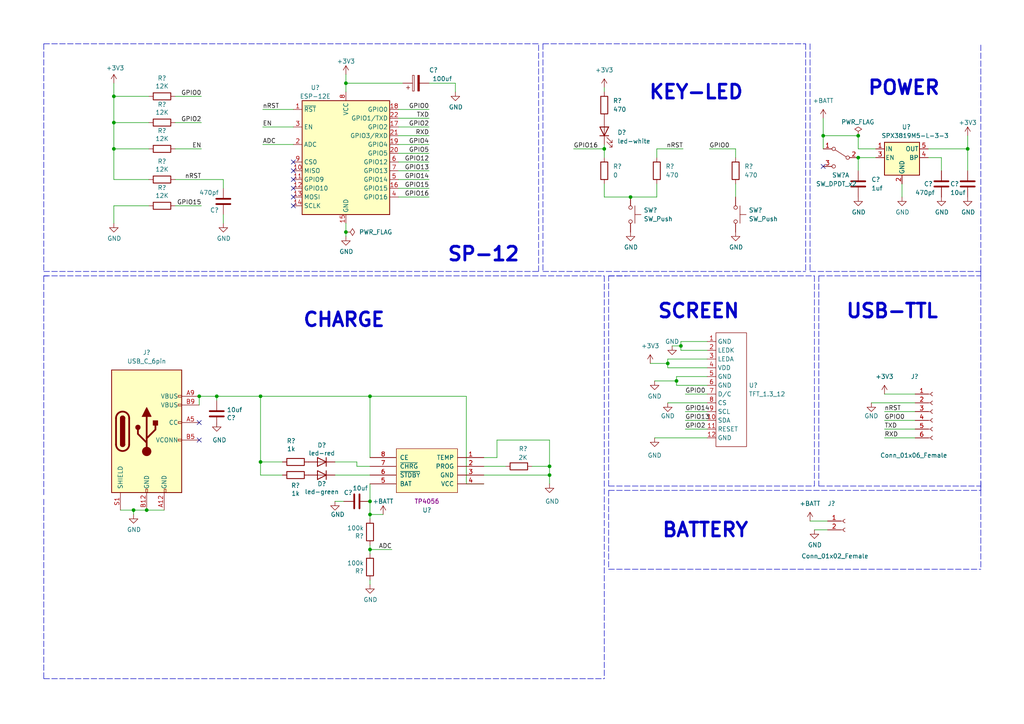
<source format=kicad_sch>
(kicad_sch (version 20211123) (generator eeschema)
  (paper "A4")
  (lib_symbols
    (symbol "Connector:Conn_01x02_Female" (pin_names (offset 1.016) hide)
      (property "Reference" "J" (at 0 2.54 0))
      (property "Value" "Conn_01x02_Female" (at 0 -5.08 0))
      (symbol "Conn_01x02_Female_1_1"
        (arc (start 0 -2.032) (mid -0.508 -2.54) (end 0 -3.048) (stroke (width 0.1524)))
        (polyline (pts (xy -1.27 -2.54) (xy -0.508 -2.54)) (stroke (width 0.1524)))
        (polyline (pts (xy -1.27 0) (xy -0.508 0)) (stroke (width 0.1524)))
        (arc (start 0 0.508) (mid -0.508 0) (end 0 -0.508) (stroke (width 0.1524)))
        (pin passive line (at -5.08 0 0) (length 3.81) (name "Pin_1") (number "1"))
        (pin passive line (at -5.08 -2.54 0) (length 3.81) (name "Pin_2") (number "2"))
      )
    )
    (symbol "Connector:Conn_01x06_Female" (pin_names (offset 1.016) hide)
      (property "Reference" "J" (at 0 7.62 0))
      (property "Value" "Conn_01x06_Female" (at 0 -10.16 0))
      (symbol "Conn_01x06_Female_1_1"
        (arc (start 0 -7.112) (mid -0.508 -7.62) (end 0 -8.128) (stroke (width 0.1524)))
        (arc (start 0 -4.572) (mid -0.508 -5.08) (end 0 -5.588) (stroke (width 0.1524)))
        (arc (start 0 -2.032) (mid -0.508 -2.54) (end 0 -3.048) (stroke (width 0.1524)))
        (polyline (pts (xy -1.27 -7.62) (xy -0.508 -7.62)) (stroke (width 0.1524)))
        (polyline (pts (xy -1.27 -5.08) (xy -0.508 -5.08)) (stroke (width 0.1524)))
        (polyline (pts (xy -1.27 -2.54) (xy -0.508 -2.54)) (stroke (width 0.1524)))
        (polyline (pts (xy -1.27 0) (xy -0.508 0)) (stroke (width 0.1524)))
        (polyline (pts (xy -1.27 2.54) (xy -0.508 2.54)) (stroke (width 0.1524)))
        (polyline (pts (xy -1.27 5.08) (xy -0.508 5.08)) (stroke (width 0.1524)))
        (arc (start 0 0.508) (mid -0.508 0) (end 0 -0.508) (stroke (width 0.1524)))
        (arc (start 0 3.048) (mid -0.508 2.54) (end 0 2.032) (stroke (width 0.1524)))
        (arc (start 0 5.588) (mid -0.508 5.08) (end 0 4.572) (stroke (width 0.1524)))
        (pin passive line (at -5.08 5.08 0) (length 3.81) (name "Pin_1") (number "1"))
        (pin passive line (at -5.08 2.54 0) (length 3.81) (name "Pin_2") (number "2"))
        (pin passive line (at -5.08 0 0) (length 3.81) (name "Pin_3") (number "3"))
        (pin passive line (at -5.08 -2.54 0) (length 3.81) (name "Pin_4") (number "4"))
        (pin passive line (at -5.08 -5.08 0) (length 3.81) (name "Pin_5") (number "5"))
        (pin passive line (at -5.08 -7.62 0) (length 3.81) (name "Pin_6") (number "6"))
      )
    )
    (symbol "Device:C" (pin_numbers hide) (pin_names (offset 0.254))
      (property "Reference" "C" (at 0.635 2.54 0))
      (property "Value" "C" (at 0.635 -2.54 0))
      (symbol "C_0_1"
        (polyline (pts (xy -2.032 -0.762) (xy 2.032 -0.762)) (stroke (width 0.508)))
        (polyline (pts (xy -2.032 0.762) (xy 2.032 0.762)) (stroke (width 0.508)))
      )
      (symbol "C_1_1"
        (pin passive line (at 0 3.81 270) (length 2.794) (name "~") (number "1"))
        (pin passive line (at 0 -3.81 90) (length 2.794) (name "~") (number "2"))
      )
    )
    (symbol "Device:C_Polarized" (pin_numbers hide) (pin_names (offset 0.254))
      (property "Reference" "C" (at 0.635 2.54 0))
      (property "Value" "C_Polarized" (at 0.635 -2.54 0))
      (symbol "C_Polarized_0_1"
        (rectangle (start -2.286 0.508) (end 2.286 1.016))
        (polyline (pts (xy -1.778 2.286) (xy -0.762 2.286)))
        (polyline (pts (xy -1.27 2.794) (xy -1.27 1.778)))
        (rectangle (start 2.286 -0.508) (end -2.286 -1.016) (fill (type outline)))
      )
      (symbol "C_Polarized_1_1"
        (pin passive line (at 0 3.81 270) (length 2.794) (name "~") (number "1"))
        (pin passive line (at 0 -3.81 90) (length 2.794) (name "~") (number "2"))
      )
    )
    (symbol "Device:D" (pin_numbers hide) (pin_names (offset 1.016) hide)
      (property "Reference" "D" (at 0 2.54 0))
      (property "Value" "D" (at 0 -2.54 0))
      (symbol "D_0_1"
        (polyline (pts (xy -1.27 1.27) (xy -1.27 -1.27)) (stroke (width 0.254)))
        (polyline (pts (xy 1.27 0) (xy -1.27 0)))
        (polyline (pts (xy 1.27 1.27) (xy 1.27 -1.27) (xy -1.27 0) (xy 1.27 1.27)) (stroke (width 0.254)))
      )
      (symbol "D_1_1"
        (pin passive line (at -3.81 0 0) (length 2.54) (name "K") (number "1"))
        (pin passive line (at 3.81 0 180) (length 2.54) (name "A") (number "2"))
      )
    )
    (symbol "Device:LED" (pin_numbers hide) (pin_names (offset 1.016) hide)
      (property "Reference" "D" (at 0 2.54 0))
      (property "Value" "LED" (at 0 -2.54 0))
      (symbol "LED_0_1"
        (polyline (pts (xy -1.27 -1.27) (xy -1.27 1.27)) (stroke (width 0.254)))
        (polyline (pts (xy -1.27 0) (xy 1.27 0)))
        (polyline (pts (xy 1.27 -1.27) (xy 1.27 1.27) (xy -1.27 0) (xy 1.27 -1.27)) (stroke (width 0.254)))
        (polyline (pts (xy -3.048 -0.762) (xy -4.572 -2.286) (xy -3.81 -2.286) (xy -4.572 -2.286) (xy -4.572 -1.524)))
        (polyline (pts (xy -1.778 -0.762) (xy -3.302 -2.286) (xy -2.54 -2.286) (xy -3.302 -2.286) (xy -3.302 -1.524)))
      )
      (symbol "LED_1_1"
        (pin passive line (at -3.81 0 0) (length 2.54) (name "K") (number "1"))
        (pin passive line (at 3.81 0 180) (length 2.54) (name "A") (number "2"))
      )
    )
    (symbol "Device:R" (pin_numbers hide) (pin_names (offset 0))
      (property "Reference" "R" (at 2.032 0 90))
      (property "Value" "R" (at 0 0 90))
      (symbol "R_0_1"
        (rectangle (start -1.016 -2.54) (end 1.016 2.54) (stroke (width 0.254)))
      )
      (symbol "R_1_1"
        (pin passive line (at 0 3.81 270) (length 1.27) (name "~") (number "1"))
        (pin passive line (at 0 -3.81 90) (length 1.27) (name "~") (number "2"))
      )
    )
    (symbol "My-lib:TFT_1.3_12"
      (property "Reference" "J" (at 1.27 5.08 0))
      (property "Value" "TFT_1.3_12" (at 2.54 -33.02 0))
      (symbol "TFT_1.3_12_0_1"
        (rectangle (start 1.27 3.81) (end 10.16 -29.21))
      )
      (symbol "TFT_1.3_12_1_1"
        (pin free line (at -1.27 1.27 0) (length 2.54) (name "GND") (number "1"))
        (pin free line (at -1.27 -21.59 0) (length 2.54) (name "SDA") (number "10"))
        (pin free line (at -1.27 -24.13 0) (length 2.54) (name "RESET") (number "11"))
        (pin free line (at -1.27 -26.67 0) (length 2.54) (name "GND") (number "12"))
        (pin free line (at -1.27 -1.27 0) (length 2.54) (name "LEDK") (number "2"))
        (pin free line (at -1.27 -3.81 0) (length 2.54) (name "LEDA") (number "3"))
        (pin free line (at -1.27 -6.35 0) (length 2.54) (name "VDD") (number "4"))
        (pin free line (at -1.27 -8.89 0) (length 2.54) (name "GND") (number "5"))
        (pin free line (at -1.27 -11.43 0) (length 2.54) (name "GND") (number "6"))
        (pin free line (at -1.27 -13.97 0) (length 2.54) (name "D/C") (number "7"))
        (pin free line (at -1.27 -16.51 0) (length 2.54) (name "CS") (number "8"))
        (pin free line (at -1.27 -19.05 0) (length 2.54) (name "SCL") (number "9"))
      )
    )
    (symbol "My-lib:USB_C_6pin" (pin_names (offset 1.016))
      (property "Reference" "J" (at -10.16 19.05 0))
      (property "Value" "USB_C_6pin" (at 12.7 19.05 0))
      (symbol "USB_C_6pin_0_0"
        (rectangle (start -0.254 -17.78) (end 0.254 -16.764))
        (rectangle (start 5.08 -17.78) (end 5.588 -16.764))
        (rectangle (start 10.16 -2.286) (end 9.144 -2.794))
        (rectangle (start 10.16 2.794) (end 9.144 2.286))
        (rectangle (start 10.16 7.874) (end 9.144 7.366))
        (rectangle (start 10.16 10.414) (end 9.144 9.906))
      )
      (symbol "USB_C_6pin_0_1"
        (rectangle (start -10.16 17.78) (end 10.16 -17.78) (stroke (width 0.254)) (fill (type background)))
        (arc (start -8.89 -3.81) (mid -6.985 -5.715) (end -5.08 -3.81) (stroke (width 0.508)))
        (arc (start -7.62 -3.81) (mid -6.985 -4.445) (end -6.35 -3.81) (stroke (width 0.254)))
        (arc (start -7.62 -3.81) (mid -6.985 -4.445) (end -6.35 -3.81) (stroke (width 0.254)) (fill (type outline)))
        (rectangle (start -7.62 -3.81) (end -6.35 3.81) (stroke (width 0.254)) (fill (type outline)))
        (arc (start -6.35 3.81) (mid -6.985 4.445) (end -7.62 3.81) (stroke (width 0.254)))
        (arc (start -6.35 3.81) (mid -6.985 4.445) (end -7.62 3.81) (stroke (width 0.254)) (fill (type outline)))
        (arc (start -5.08 3.81) (mid -6.985 5.715) (end -8.89 3.81) (stroke (width 0.508)))
        (circle (center -2.54 1.143) (radius 0.635) (stroke (width 0.254)) (fill (type outline)))
        (circle (center 0 -5.842) (radius 1.27) (fill (type outline)))
        (polyline (pts (xy -8.89 -3.81) (xy -8.89 3.81)) (stroke (width 0.508)))
        (polyline (pts (xy -5.08 3.81) (xy -5.08 -3.81)) (stroke (width 0.508)))
        (polyline (pts (xy 0 -5.842) (xy 0 4.318)) (stroke (width 0.508)))
        (polyline (pts (xy 0 -3.302) (xy -2.54 -0.762) (xy -2.54 0.508)) (stroke (width 0.508)))
        (polyline (pts (xy 0 -2.032) (xy 2.54 0.508) (xy 2.54 1.778)) (stroke (width 0.508)))
        (polyline (pts (xy -1.27 4.318) (xy 0 6.858) (xy 1.27 4.318) (xy -1.27 4.318)) (stroke (width 0.254)) (fill (type outline)))
        (rectangle (start 1.905 1.778) (end 3.175 3.048) (stroke (width 0.254)) (fill (type outline)))
      )
      (symbol "USB_C_6pin_1_1"
        (pin passive line (at 5.08 -22.86 90) (length 5.08) (name "GND") (number "A12"))
        (pin bidirectional line (at 15.24 2.54 180) (length 5.08) (name "CC") (number "A5"))
        (pin passive line (at 15.24 10.16 180) (length 5.08) (name "VBUS") (number "A9"))
        (pin passive line (at 0 -22.86 90) (length 5.08) (name "GND") (number "B12"))
        (pin bidirectional line (at 15.24 -2.54 180) (length 5.08) (name "VCONN") (number "B5"))
        (pin passive line (at 15.24 7.62 180) (length 5.08) (name "VBUS") (number "B9"))
        (pin passive line (at -7.62 -22.86 90) (length 5.08) (name "SHIELD") (number "S1"))
      )
    )
    (symbol "RF_Module:ESP-12E"
      (property "Reference" "U" (at -12.7 19.05 0))
      (property "Value" "ESP-12E" (at 12.7 19.05 0))
      (symbol "ESP-12E_0_1"
        (rectangle (start -12.7 17.78) (end 12.7 -15.24) (stroke (width 0.254)) (fill (type background)))
      )
      (symbol "ESP-12E_1_1"
        (pin input line (at -15.24 15.24 0) (length 2.54) (name "~{RST}") (number "1"))
        (pin bidirectional line (at -15.24 -2.54 0) (length 2.54) (name "MISO") (number "10"))
        (pin bidirectional line (at -15.24 -5.08 0) (length 2.54) (name "GPIO9") (number "11"))
        (pin bidirectional line (at -15.24 -7.62 0) (length 2.54) (name "GPIO10") (number "12"))
        (pin bidirectional line (at -15.24 -10.16 0) (length 2.54) (name "MOSI") (number "13"))
        (pin bidirectional line (at -15.24 -12.7 0) (length 2.54) (name "SCLK") (number "14"))
        (pin power_in line (at 0 -17.78 90) (length 2.54) (name "GND") (number "15"))
        (pin bidirectional line (at 15.24 -7.62 180) (length 2.54) (name "GPIO15") (number "16"))
        (pin bidirectional line (at 15.24 10.16 180) (length 2.54) (name "GPIO2") (number "17"))
        (pin bidirectional line (at 15.24 15.24 180) (length 2.54) (name "GPIO0") (number "18"))
        (pin bidirectional line (at 15.24 5.08 180) (length 2.54) (name "GPIO4") (number "19"))
        (pin input line (at -15.24 5.08 0) (length 2.54) (name "ADC") (number "2"))
        (pin bidirectional line (at 15.24 2.54 180) (length 2.54) (name "GPIO5") (number "20"))
        (pin bidirectional line (at 15.24 7.62 180) (length 2.54) (name "GPIO3/RXD") (number "21"))
        (pin bidirectional line (at 15.24 12.7 180) (length 2.54) (name "GPIO1/TXD") (number "22"))
        (pin input line (at -15.24 10.16 0) (length 2.54) (name "EN") (number "3"))
        (pin bidirectional line (at 15.24 -10.16 180) (length 2.54) (name "GPIO16") (number "4"))
        (pin bidirectional line (at 15.24 -5.08 180) (length 2.54) (name "GPIO14") (number "5"))
        (pin bidirectional line (at 15.24 0 180) (length 2.54) (name "GPIO12") (number "6"))
        (pin bidirectional line (at 15.24 -2.54 180) (length 2.54) (name "GPIO13") (number "7"))
        (pin power_in line (at 0 20.32 270) (length 2.54) (name "VCC") (number "8"))
        (pin input line (at -15.24 0 0) (length 2.54) (name "CS0") (number "9"))
      )
    )
    (symbol "Regulator_Linear:SPX3819M5-L-3-3" (pin_names (offset 0.254))
      (property "Reference" "U" (at -3.81 5.715 0))
      (property "Value" "SPX3819M5-L-3-3" (at 0 5.715 0))
      (symbol "SPX3819M5-L-3-3_0_1"
        (rectangle (start -5.08 4.445) (end 5.08 -5.08) (stroke (width 0.254)) (fill (type background)))
      )
      (symbol "SPX3819M5-L-3-3_1_1"
        (pin power_in line (at -7.62 2.54 0) (length 2.54) (name "IN") (number "1"))
        (pin power_in line (at 0 -7.62 90) (length 2.54) (name "GND") (number "2"))
        (pin input line (at -7.62 0 0) (length 2.54) (name "EN") (number "3"))
        (pin input line (at 7.62 0 180) (length 2.54) (name "BP") (number "4"))
        (pin power_out line (at 7.62 2.54 180) (length 2.54) (name "OUT") (number "5"))
      )
    )
    (symbol "Switch:SW_DPDT_x2" (pin_names (offset 0) hide)
      (property "Reference" "SW" (at 0 4.318 0))
      (property "Value" "SW_DPDT_x2" (at 0 -5.08 0))
      (symbol "SW_DPDT_x2_0_0"
        (circle (center -2.032 0) (radius 0.508))
        (circle (center 2.032 -2.54) (radius 0.508))
      )
      (symbol "SW_DPDT_x2_0_1"
        (polyline (pts (xy -1.524 0.254) (xy 1.651 2.286)))
        (circle (center 2.032 2.54) (radius 0.508))
      )
      (symbol "SW_DPDT_x2_1_1"
        (pin passive line (at 5.08 2.54 180) (length 2.54) (name "A") (number "1"))
        (pin passive line (at -5.08 0 0) (length 2.54) (name "B") (number "2"))
        (pin passive line (at 5.08 -2.54 180) (length 2.54) (name "C") (number "3"))
      )
      (symbol "SW_DPDT_x2_2_1"
        (pin passive line (at 5.08 2.54 180) (length 2.54) (name "A") (number "4"))
        (pin passive line (at -5.08 0 0) (length 2.54) (name "B") (number "5"))
        (pin passive line (at 5.08 -2.54 180) (length 2.54) (name "C") (number "6"))
      )
    )
    (symbol "Switch:SW_Push" (pin_numbers hide) (pin_names (offset 1.016) hide)
      (property "Reference" "SW" (at 1.27 2.54 0))
      (property "Value" "SW_Push" (at 0 -1.524 0))
      (symbol "SW_Push_0_1"
        (circle (center -2.032 0) (radius 0.508))
        (polyline (pts (xy 0 1.27) (xy 0 3.048)))
        (polyline (pts (xy 2.54 1.27) (xy -2.54 1.27)))
        (circle (center 2.032 0) (radius 0.508))
        (pin passive line (at -5.08 0 0) (length 2.54) (name "1") (number "1"))
        (pin passive line (at 5.08 0 180) (length 2.54) (name "2") (number "2"))
      )
    )
    (symbol "lc_IC:TP4056_[C16581]" (pin_names (offset 1.016))
      (property "Reference" "U" (at -0.0254 1.27 0))
      (property "Comment" "TP4056" (at 3.7846 1.27 0))
      (symbol "TP4056_[C16581]_1_1"
        (rectangle (start 7.62 -12.7) (end 25.4 0) (fill (type background)))
        (pin passive line (at 0 -2.54 0) (length 7.62) (name "TEMP") (number "1"))
        (pin passive line (at 0 -5.08 0) (length 7.62) (name "PROG") (number "2"))
        (pin passive line (at 0 -7.62 0) (length 7.62) (name "GND") (number "3"))
        (pin passive line (at 0 -10.16 0) (length 7.62) (name "VCC") (number "4"))
        (pin passive line (at 33.02 -10.16 180) (length 7.62) (name "BAT") (number "5"))
        (pin passive line (at 33.02 -7.62 180) (length 7.62) (name "~{STDBY}") (number "6"))
        (pin passive line (at 33.02 -5.08 180) (length 7.62) (name "~{CHRG}") (number "7"))
        (pin passive line (at 33.02 -2.54 180) (length 7.62) (name "CE") (number "8"))
      )
    )
    (symbol "power:+3V3" (power) (pin_names (offset 0))
      (property "Value" "+3V3" (at 0 3.556 0))
      (symbol "+3V3_0_1"
        (polyline (pts (xy -0.762 1.27) (xy 0 2.54)))
        (polyline (pts (xy 0 0) (xy 0 2.54)))
        (polyline (pts (xy 0 2.54) (xy 0.762 1.27)))
      )
      (symbol "+3V3_1_1"
        (pin power_in line (at 0 0 90) (length 0) hide (name "+3V3") (number "1"))
      )
    )
    (symbol "power:+BATT" (power) (pin_names (offset 0))
      (property "Value" "+BATT" (at 0 3.556 0))
      (symbol "+BATT_0_1"
        (polyline (pts (xy -0.762 1.27) (xy 0 2.54)))
        (polyline (pts (xy 0 0) (xy 0 2.54)))
        (polyline (pts (xy 0 2.54) (xy 0.762 1.27)))
      )
      (symbol "+BATT_1_1"
        (pin power_in line (at 0 0 90) (length 0) hide (name "+BATT") (number "1"))
      )
    )
    (symbol "power:GND" (power) (pin_names (offset 0))
      (property "Value" "GND" (at 0 -3.81 0))
      (symbol "GND_0_1"
        (polyline (pts (xy 0 0) (xy 0 -1.27) (xy 1.27 -1.27) (xy 0 -2.54) (xy -1.27 -1.27) (xy 0 -1.27)))
      )
      (symbol "GND_1_1"
        (pin power_in line (at 0 0 270) (length 0) hide (name "GND") (number "1"))
      )
    )
    (symbol "power:PWR_FLAG" (power) (pin_numbers hide) (pin_names (offset 0) hide)
      (property "Value" "PWR_FLAG" (at 0 3.81 0))
      (symbol "PWR_FLAG_0_0"
        (pin power_out line (at 0 0 90) (length 0) (name "pwr") (number "1"))
      )
      (symbol "PWR_FLAG_0_1"
        (polyline (pts (xy 0 0) (xy 0 1.27) (xy -1.016 1.905) (xy 0 2.54) (xy 1.016 1.905) (xy 0 1.27)))
      )
    )
  )
  (junction (at 159.385 137.795))
  (junction (at 33.02 27.94))
  (junction (at 42.545 147.955))
  (junction (at 38.735 147.955))
  (junction (at 107.315 114.935))
  (junction (at 238.76 39.37))
  (junction (at 100.33 24.13))
  (junction (at 107.315 149.225))
  (junction (at 100.33 67.31))
  (junction (at 33.02 35.56))
  (junction (at 248.92 39.37))
  (junction (at 62.865 114.935))
  (junction (at 197.485 100.33))
  (junction (at 75.565 133.985))
  (junction (at 107.315 159.385))
  (junction (at 196.215 110.49))
  (junction (at 107.315 145.415))
  (junction (at 248.92 45.72))
  (junction (at 159.385 135.255))
  (junction (at 182.88 57.15))
  (junction (at 57.785 114.935))
  (junction (at 33.02 43.18))
  (junction (at 75.565 114.935))
  (junction (at 193.675 105.41))
  (junction (at 280.67 43.18))
  (junction (at 175.26 43.18))
  (no_connect (at 85.09 52.07))
  (no_connect (at 85.09 49.53))
  (no_connect (at 85.09 46.99))
  (no_connect (at 57.785 122.555))
  (no_connect (at 85.09 54.61))
  (no_connect (at 238.76 48.26))
  (no_connect (at 85.09 59.69))
  (no_connect (at 57.785 127.635))
  (no_connect (at 85.09 57.15))
  (wire (pts (xy 57.785 114.935) (xy 62.865 114.935)))
  (wire (pts (xy 261.62 57.15) (xy 261.62 53.34)))
  (polyline (pts (xy 176.53 140.97) (xy 176.53 80.01)))
  (wire (pts (xy 197.485 101.6) (xy 205.105 101.6)))
  (wire (pts (xy 159.385 140.335) (xy 159.385 137.795)))
  (wire (pts (xy 140.335 132.715) (xy 144.145 132.715)))
  (wire (pts (xy 135.255 140.335) (xy 135.255 114.935)))
  (polyline (pts (xy 284.48 139.7) (xy 284.48 142.24)))
  (wire (pts (xy 194.945 100.33) (xy 197.485 100.33)))
  (wire (pts (xy 38.735 147.955) (xy 38.735 149.225)))
  (wire (pts (xy 107.315 169.545) (xy 107.315 168.275)))
  (polyline (pts (xy 234.95 12.7) (xy 234.95 78.74)))
  (wire (pts (xy 124.46 24.13) (xy 132.08 24.13)))
  (wire (pts (xy 273.05 45.72) (xy 273.05 49.53)))
  (wire (pts (xy 107.315 150.495) (xy 107.315 149.225)))
  (wire (pts (xy 190.5 43.18) (xy 198.12 43.18)))
  (wire (pts (xy 205.74 43.18) (xy 213.36 43.18)))
  (wire (pts (xy 197.485 100.33) (xy 197.485 99.06)))
  (polyline (pts (xy 12.7 78.74) (xy 156.21 78.74)))
  (polyline (pts (xy 284.48 78.74) (xy 284.48 80.01)))
  (wire (pts (xy 97.155 145.415) (xy 99.695 145.415)))
  (wire (pts (xy 154.305 135.255) (xy 159.385 135.255)))
  (wire (pts (xy 100.33 64.77) (xy 100.33 67.31)))
  (wire (pts (xy 280.67 43.18) (xy 280.67 49.53)))
  (wire (pts (xy 115.57 57.15) (xy 124.46 57.15)))
  (wire (pts (xy 188.595 105.41) (xy 193.675 105.41)))
  (polyline (pts (xy 176.53 140.97) (xy 236.22 140.97)))
  (wire (pts (xy 238.76 34.29) (xy 238.76 39.37)))
  (wire (pts (xy 198.755 121.92) (xy 205.105 121.92)))
  (wire (pts (xy 190.5 45.72) (xy 190.5 43.18)))
  (wire (pts (xy 248.92 45.72) (xy 248.92 49.53)))
  (wire (pts (xy 115.57 44.45) (xy 124.46 44.45)))
  (wire (pts (xy 190.5 53.34) (xy 190.5 57.15)))
  (wire (pts (xy 85.09 31.75) (xy 76.2 31.75)))
  (wire (pts (xy 97.155 133.985) (xy 103.505 133.985)))
  (wire (pts (xy 62.865 114.935) (xy 62.865 116.205)))
  (wire (pts (xy 38.735 147.955) (xy 42.545 147.955)))
  (wire (pts (xy 75.565 137.795) (xy 75.565 133.985)))
  (wire (pts (xy 197.485 99.06) (xy 205.105 99.06)))
  (wire (pts (xy 33.02 59.69) (xy 33.02 64.77)))
  (wire (pts (xy 256.54 119.38) (xy 265.43 119.38)))
  (wire (pts (xy 132.08 24.13) (xy 132.08 26.67)))
  (wire (pts (xy 62.865 123.825) (xy 62.865 122.555)))
  (polyline (pts (xy 237.49 80.01) (xy 284.48 80.01)))
  (wire (pts (xy 50.8 43.18) (xy 58.42 43.18)))
  (wire (pts (xy 115.57 36.83) (xy 124.46 36.83)))
  (wire (pts (xy 135.255 114.935) (xy 107.315 114.935)))
  (wire (pts (xy 234.95 151.13) (xy 240.03 151.13)))
  (wire (pts (xy 33.02 27.94) (xy 33.02 35.56)))
  (wire (pts (xy 34.925 147.955) (xy 38.735 147.955)))
  (wire (pts (xy 248.92 43.18) (xy 254 43.18)))
  (polyline (pts (xy 176.53 142.24) (xy 176.53 165.1)))
  (wire (pts (xy 135.255 140.335) (xy 140.335 140.335)))
  (polyline (pts (xy 175.26 80.01) (xy 175.26 196.85)))
  (wire (pts (xy 115.57 31.75) (xy 124.46 31.75)))
  (wire (pts (xy 64.77 52.07) (xy 64.77 54.61)))
  (wire (pts (xy 33.02 24.13) (xy 33.02 27.94)))
  (wire (pts (xy 193.675 106.68) (xy 193.675 105.41)))
  (wire (pts (xy 140.335 135.255) (xy 146.685 135.255)))
  (wire (pts (xy 42.545 147.955) (xy 47.625 147.955)))
  (wire (pts (xy 175.26 57.15) (xy 182.88 57.15)))
  (wire (pts (xy 85.09 36.83) (xy 76.2 36.83)))
  (polyline (pts (xy 237.49 80.01) (xy 237.49 140.97)))
  (wire (pts (xy 196.215 109.22) (xy 205.105 109.22)))
  (wire (pts (xy 100.33 67.31) (xy 100.33 68.58)))
  (polyline (pts (xy 12.7 12.7) (xy 156.21 12.7)))
  (wire (pts (xy 238.76 39.37) (xy 238.76 43.18)))
  (wire (pts (xy 189.865 110.49) (xy 196.215 110.49)))
  (wire (pts (xy 115.57 54.61) (xy 124.46 54.61)))
  (polyline (pts (xy 284.48 142.24) (xy 284.48 140.97)))
  (wire (pts (xy 33.02 43.18) (xy 43.18 43.18)))
  (wire (pts (xy 196.215 111.76) (xy 205.105 111.76)))
  (wire (pts (xy 107.315 137.795) (xy 97.155 137.795)))
  (wire (pts (xy 57.785 114.935) (xy 57.785 117.475)))
  (wire (pts (xy 103.505 133.985) (xy 103.505 135.255)))
  (wire (pts (xy 159.385 135.255) (xy 159.385 137.795)))
  (wire (pts (xy 190.5 57.15) (xy 182.88 57.15)))
  (wire (pts (xy 33.02 27.94) (xy 43.18 27.94)))
  (wire (pts (xy 196.215 110.49) (xy 196.215 111.76)))
  (wire (pts (xy 107.315 149.225) (xy 107.315 145.415)))
  (wire (pts (xy 50.8 27.94) (xy 58.42 27.94)))
  (polyline (pts (xy 284.48 142.24) (xy 284.48 165.1)))
  (wire (pts (xy 50.8 59.69) (xy 58.42 59.69)))
  (wire (pts (xy 198.755 114.3) (xy 205.105 114.3)))
  (wire (pts (xy 256.54 121.92) (xy 265.43 121.92)))
  (wire (pts (xy 248.92 43.18) (xy 248.92 39.37)))
  (wire (pts (xy 33.02 43.18) (xy 33.02 52.07)))
  (polyline (pts (xy 284.48 78.74) (xy 284.48 12.7)))
  (wire (pts (xy 236.22 153.67) (xy 240.03 153.67)))
  (polyline (pts (xy 176.53 142.24) (xy 284.48 142.24)))
  (polyline (pts (xy 233.68 12.7) (xy 233.68 78.74)))
  (wire (pts (xy 198.755 119.38) (xy 205.105 119.38)))
  (wire (pts (xy 193.675 105.41) (xy 193.675 104.14)))
  (wire (pts (xy 115.57 41.91) (xy 124.46 41.91)))
  (wire (pts (xy 115.57 39.37) (xy 124.46 39.37)))
  (wire (pts (xy 75.565 114.935) (xy 107.315 114.935)))
  (wire (pts (xy 189.865 127) (xy 205.105 127)))
  (wire (pts (xy 175.26 41.91) (xy 175.26 43.18)))
  (polyline (pts (xy 12.7 144.78) (xy 12.7 196.85)))
  (polyline (pts (xy 284.48 80.01) (xy 284.48 140.97)))
  (polyline (pts (xy 156.21 78.74) (xy 156.21 12.7)))
  (wire (pts (xy 33.02 35.56) (xy 33.02 43.18)))
  (wire (pts (xy 269.24 43.18) (xy 280.67 43.18)))
  (wire (pts (xy 175.26 43.18) (xy 175.26 45.72)))
  (wire (pts (xy 213.36 45.72) (xy 213.36 43.18)))
  (wire (pts (xy 197.485 101.6) (xy 197.485 100.33)))
  (wire (pts (xy 107.315 145.415) (xy 107.315 140.335)))
  (wire (pts (xy 175.26 25.4) (xy 175.26 26.67)))
  (wire (pts (xy 193.675 116.84) (xy 205.105 116.84)))
  (wire (pts (xy 33.02 52.07) (xy 43.18 52.07)))
  (wire (pts (xy 256.54 124.46) (xy 265.43 124.46)))
  (wire (pts (xy 107.315 160.655) (xy 107.315 159.385)))
  (polyline (pts (xy 157.48 12.7) (xy 233.68 12.7)))
  (polyline (pts (xy 12.7 196.85) (xy 175.26 196.85)))
  (polyline (pts (xy 12.7 80.01) (xy 175.26 80.01)))
  (wire (pts (xy 107.315 159.385) (xy 113.665 159.385)))
  (wire (pts (xy 33.02 59.69) (xy 43.18 59.69)))
  (wire (pts (xy 115.57 34.29) (xy 124.46 34.29)))
  (polyline (pts (xy 236.22 80.01) (xy 236.22 140.97)))
  (wire (pts (xy 62.865 114.935) (xy 75.565 114.935)))
  (wire (pts (xy 50.8 52.07) (xy 64.77 52.07)))
  (wire (pts (xy 100.33 21.59) (xy 100.33 24.13)))
  (wire (pts (xy 159.385 127.635) (xy 159.385 135.255)))
  (polyline (pts (xy 12.7 143.51) (xy 12.7 80.01)))
  (wire (pts (xy 81.915 133.985) (xy 75.565 133.985)))
  (wire (pts (xy 175.26 53.34) (xy 175.26 57.15)))
  (wire (pts (xy 248.92 39.37) (xy 238.76 39.37)))
  (wire (pts (xy 196.215 109.22) (xy 196.215 110.49)))
  (wire (pts (xy 198.755 124.46) (xy 205.105 124.46)))
  (polyline (pts (xy 176.53 80.01) (xy 181.61 80.01)))
  (wire (pts (xy 140.335 137.795) (xy 159.385 137.795)))
  (wire (pts (xy 64.77 62.23) (xy 64.77 64.77)))
  (wire (pts (xy 269.24 45.72) (xy 273.05 45.72)))
  (wire (pts (xy 33.02 35.56) (xy 43.18 35.56)))
  (polyline (pts (xy 12.7 80.01) (xy 13.97 80.01)))
  (wire (pts (xy 100.33 24.13) (xy 116.84 24.13)))
  (wire (pts (xy 107.315 159.385) (xy 107.315 158.115)))
  (wire (pts (xy 193.675 104.14) (xy 205.105 104.14)))
  (wire (pts (xy 256.54 114.3) (xy 265.43 114.3)))
  (polyline (pts (xy 157.48 12.7) (xy 157.48 78.74)))
  (polyline (pts (xy 12.7 12.7) (xy 12.7 78.74)))
  (wire (pts (xy 107.315 114.935) (xy 107.315 132.715)))
  (wire (pts (xy 248.92 45.72) (xy 254 45.72)))
  (polyline (pts (xy 237.49 140.97) (xy 284.48 140.97)))
  (wire (pts (xy 280.67 39.37) (xy 280.67 43.18)))
  (polyline (pts (xy 157.48 78.74) (xy 233.68 78.74)))
  (wire (pts (xy 213.36 57.15) (xy 213.36 53.34)))
  (wire (pts (xy 115.57 52.07) (xy 124.46 52.07)))
  (wire (pts (xy 144.145 127.635) (xy 159.385 127.635)))
  (wire (pts (xy 166.37 43.18) (xy 175.26 43.18)))
  (wire (pts (xy 75.565 114.935) (xy 75.565 133.985)))
  (wire (pts (xy 115.57 46.99) (xy 124.46 46.99)))
  (wire (pts (xy 111.125 149.225) (xy 107.315 149.225)))
  (wire (pts (xy 85.09 41.91) (xy 76.2 41.91)))
  (wire (pts (xy 256.54 127) (xy 265.43 127)))
  (wire (pts (xy 50.8 35.56) (xy 58.42 35.56)))
  (wire (pts (xy 144.145 132.715) (xy 144.145 127.635)))
  (wire (pts (xy 81.915 137.795) (xy 75.565 137.795)))
  (wire (pts (xy 252.73 116.84) (xy 265.43 116.84)))
  (wire (pts (xy 100.33 24.13) (xy 100.33 26.67)))
  (wire (pts (xy 115.57 49.53) (xy 124.46 49.53)))
  (wire (pts (xy 193.675 106.68) (xy 205.105 106.68)))
  (polyline (pts (xy 234.95 78.74) (xy 284.48 78.74)))
  (wire (pts (xy 103.505 135.255) (xy 107.315 135.255)))
  (polyline (pts (xy 176.53 80.01) (xy 236.22 80.01)))
  (polyline (pts (xy 176.53 165.1) (xy 284.48 165.1)))
  (text "SCREEN" (at 190.5 92.71 0) (effects (font (size 4 4) (thickness 0.8) bold) (justify left bottom)))
  (text "POWER" (at 251.46 27.94 0) (effects (font (size 4 4) (thickness 0.8) bold) (justify left bottom)))
  (text "KEY-LED" (at 187.96 29.21 0) (effects (font (size 4 4) (thickness 0.8) bold) (justify left bottom)))
  (text "SP-12\n" (at 129.54 76.2 0) (effects (font (size 4 4) (thickness 0.8) bold) (justify left bottom)))
  (text "USB-TTL" (at 245.11 92.71 0) (effects (font (size 4 4) (thickness 0.8) bold) (justify left bottom)))
  (text "BATTERY" (at 191.77 156.21 0) (effects (font (size 4 4) (thickness 0.8) bold) (justify left bottom)))
  (text "注意：（每次启动、重启、唤醒）\nGPIO15 必须保持低电平，GPIO2 必须 保持高电平\nGPIO0 高电平->运行模式，低电平->刷写模式\n如果需要用到sleep 模式，GPIO16 和 RST 必须连接，\nGPIO16 会输出低电平唤醒系统\n" (at 301.625 46.99 0) (effects (font (size 1.5 1.5)) (justify left bottom)))
  (text "CHARGE\n" (at 87.63 95.25 0) (effects (font (size 4 4) (thickness 0.8) bold) (justify left bottom)))
  (label "GPIO2" (at 58.42 35.56 180))
  (label "GPIO2" (at 124.46 36.83 180))
  (label "GPIO14" (at 124.46 52.07 180))
  (label "GPIO12" (at 124.46 46.99 180))
  (label "GPIO14" (at 198.755 119.38 0))
  (label "EN" (at 76.2 36.83 0))
  (label "TXD" (at 256.54 124.46 0))
  (label "RXD" (at 124.46 39.37 180))
  (label "GPIO15" (at 124.46 54.61 180))
  (label "GPIO4" (at 124.46 41.91 180))
  (label "GPIO2" (at 198.755 124.46 0))
  (label "RXD" (at 256.54 127 0))
  (label "GPIO13" (at 124.46 49.53 180))
  (label "GPIO5" (at 124.46 44.45 180))
  (label "GPIO15" (at 58.42 59.69 180))
  (label "GPIO13" (at 198.755 121.92 0))
  (label "nRST" (at 256.54 119.38 0))
  (label "nRST" (at 58.42 52.07 180))
  (label "GPIO0" (at 124.46 31.75 180))
  (label "ADC" (at 76.2 41.91 0))
  (label "GPIO0" (at 198.755 114.3 0))
  (label "TXD" (at 124.46 34.29 180))
  (label "GPIO0" (at 58.42 27.94 180))
  (label "GPIO0" (at 256.54 121.92 0))
  (label "GPIO16" (at 166.37 43.18 0))
  (label "nRST" (at 198.12 43.18 180))
  (label "EN" (at 58.42 43.18 180))
  (label "nRST" (at 76.2 31.75 0))
  (label "ADC" (at 113.665 159.385 180))
  (label "GPIO0" (at 205.74 43.18 0))
  (label "GPIO16" (at 124.46 57.15 180))
  (symbol (lib_id "Connector:Conn_01x02_Female") (at 245.11 151.13 0) (unit 1)
    (property "Reference" "J?" (at 240.03 146.05 0) (effects (justify left)))
    (property "Value" "Conn_01x02_Female" (at 232.41 161.29 0) (effects (justify left)))
    (property "Footprint" "Connector_PinHeader_2.54mm:PinHeader_1x02_P2.54mm_Vertical" (effects hide))
  )
  (symbol (lib_id "RF_Module:ESP-12E") (at 100.33 46.99 0) (unit 1)
    (property "Reference" "U?" (at 91.44 25.4 0))
    (property "Value" "ESP-12E" (at 91.44 27.94 0))
    (property "Footprint" "RF_Module:ESP-12E" (effects hide))
    (property "Datasheet" "http://wiki.ai-thinker.com/_media/esp8266/esp8266_series_modules_user_manual_v1.1.pdf" (effects hide))
  )
  (symbol (lib_id "Switch:SW_Push") (at 213.36 62.23 270) (unit 1)
    (property "Reference" "SW?" (at 217.17 60.9599 90) (effects (justify left)))
    (property "Value" "SW_Push" (at 217.17 63.4999 90) (effects (justify left)))
    (property "Footprint" "My-lib:Button_SMD,3x4x2mm" (effects hide))
  )
  (symbol (lib_id "power:GND") (at 64.77 64.77 0) (unit 1)
    (property "Reference" "#PWR?" (effects hide))
    (property "Value" "GND" (at 64.897 69.1642 0))
  )
  (symbol (lib_id "power:GND") (at 132.08 26.67 0) (unit 1)
    (property "Reference" "#PWR?" (effects hide))
    (property "Value" "GND" (at 132.207 31.0642 0))
  )
  (symbol (lib_id "Device:R") (at 175.26 30.48 0) (unit 1)
    (property "Reference" "R?" (at 177.8 29.2099 0) (effects (justify left)))
    (property "Value" "470" (at 177.8 31.7499 0) (effects (justify left)))
    (property "Footprint" "Resistor_SMD:R_0402_1005Metric" (effects hide))
  )
  (symbol (lib_id "Device:R") (at 46.99 35.56 270) (unit 1)
    (property "Reference" "R?" (at 46.99 30.3022 90))
    (property "Value" "12K" (at 46.99 32.6136 90))
    (property "Footprint" "Resistor_SMD:R_0402_1005Metric" (effects hide))
  )
  (symbol (lib_id "Device:R") (at 150.495 135.255 90) (mirror x) (unit 1)
    (property "Reference" "R?" (at 153.035 130.175 90) (effects (justify left)))
    (property "Value" "2K" (at 153.035 132.715 90) (effects (justify left)))
    (property "Footprint" "Resistor_SMD:R_0402_1005Metric" (effects hide))
  )
  (symbol (lib_id "My-lib:USB_C_6pin") (at 42.545 125.095 0) (unit 1)
    (property "Reference" "J?" (at 42.545 102.235 0))
    (property "Value" "USB_C_6pin" (at 42.545 104.775 0))
    (property "Footprint" "My-lib-footprints:USB_C_6pin" (effects hide))
    (property "Datasheet" "https://www.usb.org/sites/default/files/documents/usb_type-c.zip" (effects hide))
  )
  (symbol (lib_id "Device:D") (at 93.345 133.985 180) (unit 1)
    (property "Reference" "D?" (at 93.345 129.1336 0))
    (property "Value" "led-red" (at 93.345 131.445 0))
    (property "Footprint" "LED_SMD:LED_0402_1005Metric" (effects hide))
  )
  (symbol (lib_id "power:GND") (at 97.155 145.415 0) (mirror y) (unit 1)
    (property "Reference" "#PWR?" (effects hide))
    (property "Value" "GND" (at 95.885 149.225 0) (effects (justify right)))
  )
  (symbol (lib_id "Device:R") (at 46.99 52.07 270) (unit 1)
    (property "Reference" "R?" (at 46.99 46.8122 90))
    (property "Value" "12K" (at 46.99 49.1236 90))
    (property "Footprint" "Resistor_SMD:R_0402_1005Metric" (effects hide))
  )
  (symbol (lib_id "My-lib:TFT_1.3_12") (at 206.375 100.33 0) (unit 1)
    (property "Reference" "U?" (at 217.17 111.7599 0) (effects (justify left)))
    (property "Value" "TFT_1.3_12" (at 217.17 114.2999 0) (effects (justify left)))
    (property "Footprint" "My-lib-footprints:TFT_1.3_12_front" (effects hide))
  )
  (symbol (lib_id "lc_IC:TP4056_[C16581]") (at 140.335 130.175 0) (mirror y) (unit 1)
    (property "Reference" "U?" (at 123.825 147.955 0))
    (property "Value" "TP4056_[C16581]" (effects hide))
    (property "Footprint" "lc_lib:SOP-8_EP_150MIL" (effects hide))
    (property "Datasheet" "http://www.szlcsc.com/product/details_17264.html" (effects hide))
    (property "description" "电池电源管理" (effects hide))
    (property "ComponentLink1Description" "供应商链接" (effects hide))
    (property "Package" "SOP-8_EP_150mil" (effects hide))
    (property "Supplier" "LC" (effects hide))
    (property "SuppliersPartNumber" "C16581" (effects hide))
    (property "Comment" "TP4056" (at 123.825 145.415 0))
  )
  (symbol (lib_id "Device:R") (at 85.725 133.985 270) (unit 1)
    (property "Reference" "R?" (at 84.455 127.889 90))
    (property "Value" "1k" (at 84.455 130.2004 90))
    (property "Footprint" "Resistor_SMD:R_0402_1005Metric" (effects hide))
  )
  (symbol (lib_id "power:GND") (at 273.05 57.15 0) (unit 1)
    (property "Reference" "#PWR?" (effects hide))
    (property "Value" "GND" (at 273.177 61.5442 0))
  )
  (symbol (lib_id "Device:R") (at 175.26 49.53 0) (unit 1)
    (property "Reference" "R?" (at 177.8 48.2599 0) (effects (justify left)))
    (property "Value" "0" (at 177.8 50.7999 0) (effects (justify left)))
    (property "Footprint" "Resistor_SMD:R_0402_1005Metric" (effects hide))
  )
  (symbol (lib_id "power:GND") (at 159.385 140.335 0) (mirror y) (unit 1)
    (property "Reference" "#PWR?" (effects hide))
    (property "Value" "GND" (at 158.115 145.415 0) (effects (justify right)))
  )
  (symbol (lib_id "Device:LED") (at 175.26 38.1 90) (unit 1)
    (property "Reference" "D?" (at 179.07 38.4174 90) (effects (justify right)))
    (property "Value" "led-white" (at 179.07 40.9574 90) (effects (justify right)))
    (property "Footprint" "LED_SMD:LED_0402_1005Metric" (effects hide))
  )
  (symbol (lib_id "power:+3V3") (at 188.595 105.41 0) (unit 1)
    (property "Reference" "#PWR?" (effects hide))
    (property "Value" "+3V3" (at 188.595 100.33 0))
  )
  (symbol (lib_id "power:GND") (at 182.88 67.31 0) (unit 1)
    (property "Reference" "#PWR?" (effects hide))
    (property "Value" "GND" (at 183.007 71.7042 0))
  )
  (symbol (lib_id "Device:C_Polarized") (at 120.65 24.13 90) (unit 1)
    (property "Reference" "C?" (at 125.73 20.32 90))
    (property "Value" "100uf" (at 128.27 22.86 90))
    (property "Footprint" "lc_lib:CASE-B_3528" (effects hide))
  )
  (symbol (lib_id "Device:D") (at 93.345 137.795 180) (unit 1)
    (property "Reference" "D?" (at 93.345 140.335 0))
    (property "Value" "led-green" (at 93.345 142.6464 0))
    (property "Footprint" "LED_SMD:LED_0402_1005Metric" (effects hide))
  )
  (symbol (lib_id "power:GND") (at 107.315 169.545 0) (unit 1)
    (property "Reference" "#PWR?" (effects hide))
    (property "Value" "GND" (at 107.442 173.9392 0))
  )
  (symbol (lib_id "Device:R") (at 213.36 49.53 0) (unit 1)
    (property "Reference" "R?" (at 215.9 48.2599 0) (effects (justify left)))
    (property "Value" "470" (at 215.9 50.7999 0) (effects (justify left)))
    (property "Footprint" "Resistor_SMD:R_0402_1005Metric" (effects hide))
  )
  (symbol (lib_id "Device:R") (at 85.725 137.795 270) (unit 1)
    (property "Reference" "R?" (at 85.725 140.8176 90))
    (property "Value" "1k" (at 85.725 143.129 90))
    (property "Footprint" "Resistor_SMD:R_0402_1005Metric" (effects hide))
  )
  (symbol (lib_id "power:GND") (at 38.735 149.225 0) (unit 1)
    (property "Reference" "#PWR?" (effects hide))
    (property "Value" "GND" (at 38.862 153.6192 0))
  )
  (symbol (lib_id "power:+BATT") (at 111.125 149.225 0) (unit 1)
    (property "Reference" "#PWR?" (effects hide))
    (property "Value" "+BATT" (at 111.125 145.415 0))
  )
  (symbol (lib_id "power:GND") (at 248.92 57.15 0) (unit 1)
    (property "Reference" "#PWR?" (effects hide))
    (property "Value" "GND" (at 249.047 61.5442 0))
  )
  (symbol (lib_id "Device:R") (at 46.99 59.69 270) (unit 1)
    (property "Reference" "R?" (at 46.99 54.4322 90))
    (property "Value" "12K" (at 46.99 56.7436 90))
    (property "Footprint" "Resistor_SMD:R_0402_1005Metric" (effects hide))
  )
  (symbol (lib_id "Device:C") (at 62.865 120.015 0) (mirror x) (unit 1)
    (property "Reference" "C?" (at 65.786 121.1834 0) (effects (justify left)))
    (property "Value" "10uf" (at 65.786 118.872 0) (effects (justify left)))
    (property "Footprint" "Capacitor_SMD:C_0402_1005Metric" (effects hide))
  )
  (symbol (lib_id "Device:R") (at 46.99 27.94 270) (unit 1)
    (property "Reference" "R?" (at 46.99 22.6822 90))
    (property "Value" "12K" (at 46.99 24.9936 90))
    (property "Footprint" "Resistor_SMD:R_0402_1005Metric" (effects hide))
  )
  (symbol (lib_id "power:GND") (at 261.62 57.15 0) (unit 1)
    (property "Reference" "#PWR?" (effects hide))
    (property "Value" "GND" (at 261.747 61.5442 0))
  )
  (symbol (lib_id "Device:R") (at 190.5 49.53 0) (unit 1)
    (property "Reference" "R?" (at 193.04 48.2599 0) (effects (justify left)))
    (property "Value" "470" (at 193.04 50.7999 0) (effects (justify left)))
    (property "Footprint" "Resistor_SMD:R_0402_1005Metric" (effects hide))
  )
  (symbol (lib_id "power:GND") (at 189.865 110.49 0) (mirror y) (unit 1)
    (property "Reference" "#PWR?" (effects hide))
    (property "Value" "GND" (at 189.865 114.935 0))
  )
  (symbol (lib_id "Switch:SW_Push") (at 182.88 62.23 270) (unit 1)
    (property "Reference" "SW?" (at 186.69 60.9599 90) (effects (justify left)))
    (property "Value" "SW_Push" (at 186.69 63.4999 90) (effects (justify left)))
    (property "Footprint" "My-lib:Button_SMD,3x4x2mm" (effects hide))
  )
  (symbol (lib_id "Device:C") (at 64.77 58.42 180) (unit 1)
    (property "Reference" "C?" (at 63.5 60.96 0) (effects (justify left)))
    (property "Value" "470pf" (at 63.5 55.88 0) (effects (justify left)))
    (property "Footprint" "Capacitor_SMD:C_0402_1005Metric" (effects hide))
  )
  (symbol (lib_id "power:GND") (at 213.36 67.31 0) (unit 1)
    (property "Reference" "#PWR?" (effects hide))
    (property "Value" "GND" (at 213.487 71.7042 0))
  )
  (symbol (lib_id "power:GND") (at 236.22 153.67 0) (unit 1)
    (property "Reference" "#PWR?" (effects hide))
    (property "Value" "GND" (at 236.347 158.0642 0))
  )
  (symbol (lib_id "power:+BATT") (at 234.95 151.13 0) (unit 1)
    (property "Reference" "#PWR?" (effects hide))
    (property "Value" "+BATT" (at 234.95 146.05 0))
  )
  (symbol (lib_id "power:+3V3") (at 100.33 21.59 0) (unit 1)
    (property "Reference" "#PWR?" (effects hide))
    (property "Value" "+3V3" (at 100.33 17.78 0))
  )
  (symbol (lib_id "power:GND") (at 193.675 116.84 0) (mirror y) (unit 1)
    (property "Reference" "#PWR?" (effects hide))
    (property "Value" "GND" (at 193.675 120.65 0))
  )
  (symbol (lib_id "Device:C") (at 280.67 53.34 0) (unit 1)
    (property "Reference" "C?" (at 275.59 53.34 0) (effects (justify left)))
    (property "Value" "10uf" (at 275.59 55.88 0) (effects (justify left)))
    (property "Footprint" "Capacitor_SMD:C_0402_1005Metric" (effects hide))
  )
  (symbol (lib_id "Regulator_Linear:SPX3819M5-L-3-3") (at 261.62 45.72 0) (unit 1)
    (property "Reference" "U?" (at 262.89 36.83 0))
    (property "Value" "SPX3819M5-L-3-3" (at 265.43 39.37 0))
    (property "Footprint" "Package_TO_SOT_SMD:SOT-23-5" (effects hide))
    (property "Datasheet" "https://www.exar.com/content/document.ashx?id=22106&languageid=1033&type=Datasheet&partnumber=SPX3819&filename=SPX3819.pdf&part=SPX3819" (effects hide))
  )
  (symbol (lib_id "power:PWR_FLAG") (at 248.92 39.37 0) (unit 1)
    (property "Reference" "#FLG?" (effects hide))
    (property "Value" "PWR_FLAG" (at 243.9799 35.3908 0) (effects (justify left)))
  )
  (symbol (lib_id "Connector:Conn_01x06_Female") (at 270.51 119.38 0) (unit 1)
    (property "Reference" "J?" (at 264.16 109.22 0) (effects (justify left)))
    (property "Value" "Conn_01x06_Female" (at 255.27 132.08 0) (effects (justify left)))
    (property "Footprint" "Connector_PinHeader_1.27mm:PinHeader_1x06_P1.27mm_Vertical" (effects hide))
  )
  (symbol (lib_id "power:+3V3") (at 256.54 114.3 0) (unit 1)
    (property "Reference" "#PWR?" (effects hide))
    (property "Value" "+3V3" (at 256.54 109.22 0))
  )
  (symbol (lib_id "power:+3V3") (at 33.02 24.13 0) (unit 1)
    (property "Reference" "#PWR?" (effects hide))
    (property "Value" "+3V3" (at 33.401 19.7358 0))
  )
  (symbol (lib_id "power:GND") (at 189.865 127 0) (mirror y) (unit 1)
    (property "Reference" "#PWR?" (effects hide))
    (property "Value" "GND" (at 189.865 132.08 0))
  )
  (symbol (lib_id "power:GND") (at 280.67 57.15 0) (unit 1)
    (property "Reference" "#PWR?" (effects hide))
    (property "Value" "GND" (at 280.797 61.5442 0))
  )
  (symbol (lib_id "power:GND") (at 33.02 64.77 0) (unit 1)
    (property "Reference" "#PWR?" (effects hide))
    (property "Value" "GND" (at 33.147 69.1642 0))
  )
  (symbol (lib_id "Device:C") (at 248.92 53.34 0) (unit 1)
    (property "Reference" "C?" (at 252.73 52.0699 0) (effects (justify left)))
    (property "Value" "1uf" (at 252.73 54.6099 0) (effects (justify left)))
    (property "Footprint" "Capacitor_SMD:C_0402_1005Metric" (effects hide))
  )
  (symbol (lib_id "Device:C") (at 103.505 145.415 270) (mirror x) (unit 1)
    (property "Reference" "C?" (at 99.695 142.875 90) (effects (justify left)))
    (property "Value" "10uf" (at 102.235 141.605 90) (effects (justify left)))
    (property "Footprint" "Capacitor_SMD:C_0402_1005Metric" (effects hide))
  )
  (symbol (lib_id "power:+BATT") (at 238.76 34.29 0) (unit 1)
    (property "Reference" "#PWR?" (effects hide))
    (property "Value" "+BATT" (at 238.76 29.21 0))
  )
  (symbol (lib_id "Device:C") (at 273.05 53.34 0) (unit 1)
    (property "Reference" "C?" (at 267.97 53.34 0) (effects (justify left)))
    (property "Value" "470pf" (at 265.43 55.88 0) (effects (justify left)))
    (property "Footprint" "Capacitor_SMD:C_0402_1005Metric" (effects hide))
  )
  (symbol (lib_id "Device:R") (at 107.315 164.465 180) (unit 1)
    (property "Reference" "R?" (at 105.537 165.6334 0) (effects (justify left)))
    (property "Value" "100k" (at 105.537 163.322 0) (effects (justify left)))
    (property "Footprint" "Resistor_SMD:R_0402_1005Metric" (effects hide))
  )
  (symbol (lib_id "power:GND") (at 62.865 122.555 0) (mirror y) (unit 1)
    (property "Reference" "#PWR?" (effects hide))
    (property "Value" "GND" (at 61.595 127.635 0) (effects (justify right)))
  )
  (symbol (lib_id "power:GND") (at 252.73 116.84 0) (mirror y) (unit 1)
    (property "Reference" "#PWR?" (effects hide))
    (property "Value" "GND" (at 252.73 120.65 0))
  )
  (symbol (lib_id "power:GND") (at 194.945 100.33 0) (mirror y) (unit 1)
    (property "Reference" "#PWR?" (effects hide))
    (property "Value" "GND" (at 194.945 99.06 0))
  )
  (symbol (lib_id "Device:R") (at 107.315 154.305 180) (unit 1)
    (property "Reference" "R?" (at 105.537 155.4734 0) (effects (justify left)))
    (property "Value" "100k" (at 105.537 153.162 0) (effects (justify left)))
    (property "Footprint" "Resistor_SMD:R_0402_1005Metric" (effects hide))
  )
  (symbol (lib_id "power:+3V3") (at 175.26 25.4 0) (unit 1)
    (property "Reference" "#PWR?" (effects hide))
    (property "Value" "+3V3" (at 175.26 20.32 0))
  )
  (symbol (lib_id "Device:R") (at 46.99 43.18 270) (unit 1)
    (property "Reference" "R?" (at 46.99 37.9222 90))
    (property "Value" "12K" (at 46.99 40.2336 90))
    (property "Footprint" "Resistor_SMD:R_0402_1005Metric" (effects hide))
  )
  (symbol (lib_id "power:PWR_FLAG") (at 100.33 67.31 270) (unit 1)
    (property "Reference" "#FLG?" (effects hide))
    (property "Value" "PWR_FLAG" (at 104.14 67.3099 90) (effects (justify left)))
  )
  (symbol (lib_id "power:GND") (at 100.33 68.58 0) (unit 1)
    (property "Reference" "#PWR?" (effects hide))
    (property "Value" "GND" (at 100.457 72.9742 0))
  )
  (symbol (lib_id "power:+3V3") (at 280.67 39.37 0) (unit 1)
    (property "Reference" "#PWR?" (effects hide))
    (property "Value" "+3V3" (at 280.67 35.56 0))
  )
  (symbol (lib_id "Switch:SW_DPDT_x2") (at 243.84 45.72 0) (mirror y) (unit 1)
    (property "Reference" "SW?" (at 243.84 50.8 0))
    (property "Value" "SW_DPDT_x2" (at 242.57 53.34 0))
    (property "Footprint" "Button_Switch_SMD:SW_SPDT_PCM12" (effects hide))
  )
)
</source>
